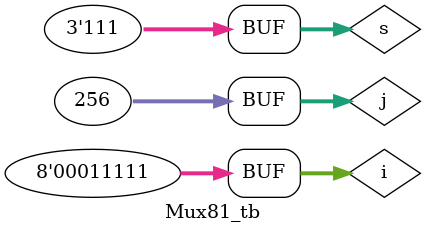
<source format=v>

module mux_81(i,s,y);
input [7:0]i;
input [2:0]s;
output reg y;
always@(*)
begin
case(s)
	3'b000:y=i[0];
	3'b001:y=i[1];
	3'b010:y=i[2];
	3'b011:y=i[3];
	3'b100:y=i[4];
	3'b101:y=i[5];
	3'b110:y=i[6];
	3'b111:y=i[7];
	default:y=1'bz;
endcase
end
endmodule

// testbench


module Mux81_tb();
reg [7:0]i;
reg [2:0]s;
wire y;
mux_81 uut(i,s,y);
integer j;
initial
begin
	for(j=0;j<256;j=j+1)
	begin
	{i,s}=j;
	#10;
	end
end
initial
begin
$monitor($time,"S=%d i=%d y=%d",s,i,y);
end 

endmodule


</source>
